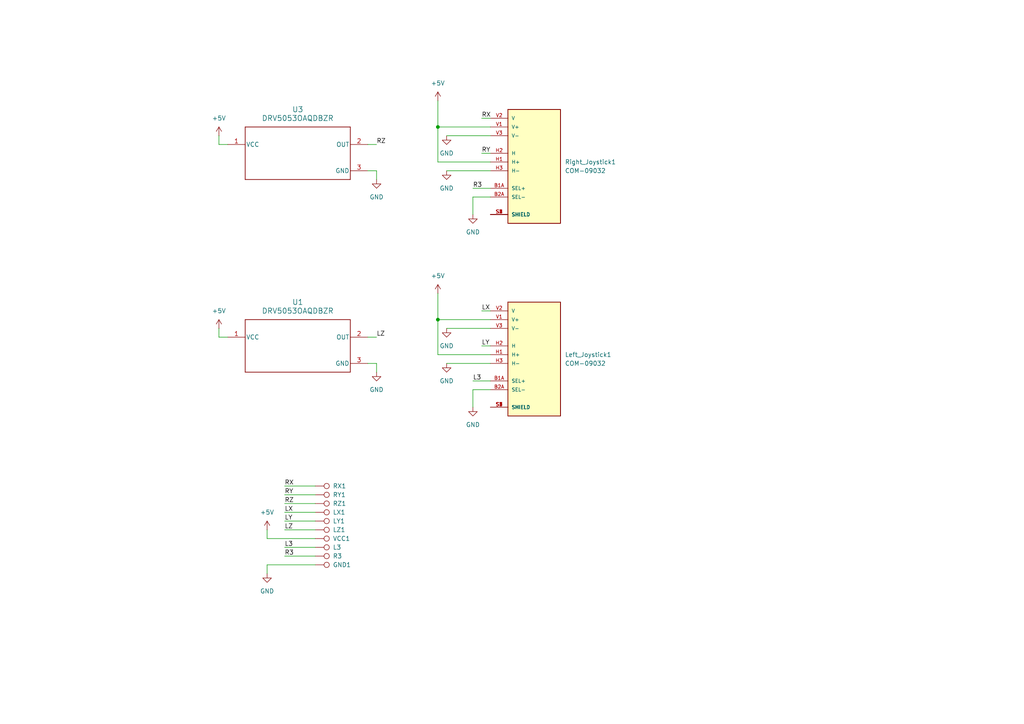
<source format=kicad_sch>
(kicad_sch (version 20231120) (generator "eeschema") (generator_version "8.0")
  (paper "A4")
  (lib_symbols
    (symbol "COM-09032:COM-09032" (pin_names (offset 1.016))
      (property "Reference" "U" (at -7.62 16.002 0))
      (property "Value" "COM-09032" (at -7.62 -20.32 0))
      (symbol "COM-09032_0_0"
        (rectangle (start -7.62 -17.78) (end 7.62 15.24) (stroke (width 0.254)) (fill (type background)))
        (pin passive line (at -12.7 -7.62 0) (length 5.08) (name "SEL+") (number "B1A"))
        (pin passive line (at -12.7 -10.16 0) (length 5.08) (name "SEL-") (number "B2A"))
        (pin passive line (at -12.7 0 0) (length 5.08) (name "H+") (number "H1"))
        (pin passive line (at -12.7 2.54 0) (length 5.08) (name "H") (number "H2"))
        (pin passive line (at -12.7 -2.54 0) (length 5.08) (name "H-") (number "H3"))
        (pin passive line (at -12.7 -15.24 0) (length 5.08) (name "SHIELD") (number "S1"))
        (pin passive line (at -12.7 -15.24 0) (length 5.08) (name "SHIELD") (number "S2"))
        (pin passive line (at -12.7 -15.24 0) (length 5.08) (name "SHIELD") (number "S3"))
        (pin passive line (at -12.7 -15.24 0) (length 5.08) (name "SHIELD") (number "S4"))
        (pin passive line (at -12.7 10.16 0) (length 5.08) (name "V+") (number "V1"))
        (pin passive line (at -12.7 12.7 0) (length 5.08) (name "V") (number "V2"))
        (pin passive line (at -12.7 7.62 0) (length 5.08) (name "V-") (number "V3"))
      )
    )
    (symbol "Connector:TestPoint" (pin_numbers hide) (pin_names (offset 0.762) hide)
      (property "Reference" "TP" (at 0 6.858 0))
      (property "Value" "TestPoint" (at 0 5.08 0))
      (symbol "TestPoint_0_1"
        (circle (center 0 3.302) (radius 0.762))
      )
      (symbol "TestPoint_1_1"
        (pin passive line (at 0 0 90) (length 2.54) (name "1") (number "1"))
      )
    )
    (symbol "DRV5053OAQDBZR:DRV5053OAQDBZR" (pin_names (offset 0.254))
      (property "Reference" "U" (at 0 2.54 0))
      (property "Value" "DRV5053OAQDBZR" (at 0 0 0))
      (symbol "DRV5053OAQDBZR_0_1"
        (polyline (pts (xy -15.24 -7.62) (xy 15.24 -7.62)) (stroke (width 0.2032)))
        (polyline (pts (xy -15.24 7.62) (xy -15.24 -7.62)) (stroke (width 0.2032)))
        (polyline (pts (xy 15.24 -7.62) (xy 15.24 7.62)) (stroke (width 0.2032)))
        (polyline (pts (xy 15.24 7.62) (xy -15.24 7.62)) (stroke (width 0.2032)))
        (pin power_in line (at -20.32 2.54 0) (length 5.08) (name "VCC") (number "1"))
        (pin output line (at 20.32 2.54 180) (length 5.08) (name "OUT") (number "2"))
        (pin power_in line (at 20.32 -5.08 180) (length 5.08) (name "GND") (number "3"))
      )
    )
    (symbol "power:+5V" (power) (pin_numbers hide) (pin_names (offset 0) hide)
      (property "Value" "+5V" (at 0 3.556 0))
      (symbol "+5V_0_1"
        (polyline (pts (xy -0.762 1.27) (xy 0 2.54)))
        (polyline (pts (xy 0 0) (xy 0 2.54)))
        (polyline (pts (xy 0 2.54) (xy 0.762 1.27)))
      )
      (symbol "+5V_1_1"
        (pin power_in line (at 0 0 90) (length 0) (name "~") (number "1"))
      )
    )
    (symbol "power:GND" (power) (pin_names (offset 0))
      (property "Value" "GND" (at 0 -3.81 0))
      (symbol "GND_0_1"
        (polyline (pts (xy 0 0) (xy 0 -1.27) (xy 1.27 -1.27) (xy 0 -2.54) (xy -1.27 -1.27) (xy 0 -1.27)))
      )
      (symbol "GND_1_1"
        (pin power_in line (at 0 0 270) (length 0) hide (name "GND") (number "1"))
      )
    )
  )
  (junction (at 127 92.71))
  (junction (at 127 36.83))
  (wire (pts (xy 137.16 113.03) (xy 137.16 118.11)))
  (wire (pts (xy 82.55 148.59) (xy 91.44 148.59)))
  (wire (pts (xy 63.5 97.79) (xy 66.04 97.79)))
  (wire (pts (xy 77.47 163.83) (xy 91.44 163.83)))
  (wire (pts (xy 127 36.83) (xy 127 46.99)))
  (wire (pts (xy 77.47 163.83) (xy 77.47 166.37)))
  (wire (pts (xy 137.16 54.61) (xy 142.24 54.61)))
  (wire (pts (xy 127 36.83) (xy 142.24 36.83)))
  (wire (pts (xy 127 85.09) (xy 127 92.71)))
  (wire (pts (xy 137.16 57.15) (xy 137.16 62.23)))
  (wire (pts (xy 82.55 158.75) (xy 91.44 158.75)))
  (wire (pts (xy 106.68 49.53) (xy 109.22 49.53)))
  (wire (pts (xy 82.55 151.13) (xy 91.44 151.13)))
  (wire (pts (xy 106.68 105.41) (xy 109.22 105.41)))
  (wire (pts (xy 142.24 102.87) (xy 127 102.87)))
  (wire (pts (xy 109.22 105.41) (xy 109.22 107.95)))
  (wire (pts (xy 127 92.71) (xy 142.24 92.71)))
  (wire (pts (xy 139.7 34.29) (xy 142.24 34.29)))
  (wire (pts (xy 82.55 161.29) (xy 91.44 161.29)))
  (wire (pts (xy 106.68 41.91) (xy 109.22 41.91)))
  (wire (pts (xy 142.24 113.03) (xy 137.16 113.03)))
  (wire (pts (xy 139.7 90.17) (xy 142.24 90.17)))
  (wire (pts (xy 82.55 140.97) (xy 91.44 140.97)))
  (wire (pts (xy 142.24 57.15) (xy 137.16 57.15)))
  (wire (pts (xy 127 29.21) (xy 127 36.83)))
  (wire (pts (xy 63.5 95.25) (xy 63.5 97.79)))
  (wire (pts (xy 82.55 146.05) (xy 91.44 146.05)))
  (wire (pts (xy 109.22 49.53) (xy 109.22 52.07)))
  (wire (pts (xy 129.54 95.25) (xy 142.24 95.25)))
  (wire (pts (xy 63.5 41.91) (xy 66.04 41.91)))
  (wire (pts (xy 129.54 105.41) (xy 142.24 105.41)))
  (wire (pts (xy 129.54 49.53) (xy 142.24 49.53)))
  (wire (pts (xy 77.47 153.67) (xy 77.47 156.21)))
  (wire (pts (xy 127 92.71) (xy 127 102.87)))
  (wire (pts (xy 82.55 143.51) (xy 91.44 143.51)))
  (wire (pts (xy 142.24 46.99) (xy 127 46.99)))
  (wire (pts (xy 137.16 110.49) (xy 142.24 110.49)))
  (wire (pts (xy 63.5 39.37) (xy 63.5 41.91)))
  (wire (pts (xy 106.68 97.79) (xy 109.22 97.79)))
  (wire (pts (xy 82.55 153.67) (xy 91.44 153.67)))
  (wire (pts (xy 129.54 39.37) (xy 142.24 39.37)))
  (wire (pts (xy 139.7 44.45) (xy 142.24 44.45)))
  (wire (pts (xy 77.47 156.21) (xy 91.44 156.21)))
  (wire (pts (xy 139.7 100.33) (xy 142.24 100.33)))
  (label "RX" (at 82.55 140.97 0))
  (label "RX" (at 139.7 34.29 0))
  (label "L3" (at 82.55 158.75 0))
  (label "LZ" (at 109.22 97.79 0))
  (label "R3" (at 137.16 54.61 0))
  (label "LX" (at 82.55 148.59 0))
  (label "LY" (at 82.55 151.13 0))
  (label "RY" (at 139.7 44.45 0))
  (label "LX" (at 139.7 90.17 0))
  (label "LY" (at 139.7 100.33 0))
  (label "R3" (at 82.55 161.29 0))
  (label "RZ" (at 109.22 41.91 0))
  (label "LZ" (at 82.55 153.67 0))
  (label "RY" (at 82.55 143.51 0))
  (label "RZ" (at 82.55 146.05 0))
  (label "L3" (at 137.16 110.49 0))
  (symbol (lib_id "COM-09032:COM-09032") (at 154.94 102.87 0) (unit 1)
    (property "Reference" "Left_Joystick1" (at 163.83 102.87 0) (effects (justify left)))
    (property "Value" "COM-09032" (at 163.83 105.41 0) (effects (justify left)))
    (property "Footprint" "Parts:PS5 Joystick" (effects (hide yes)))
    (property "Description" "\nJoystick, 2 - Axis Analog (Resistive) Output\n" (effects (hide yes)))
    (property "MF" "SparkFun Electronics" (effects (hide yes)))
    (property "MAXIMUM_PACKAGE_HEIGHT" "30.1mm" (effects (hide yes)))
    (property "Package" "Package" (effects (hide yes)))
    (property "Price" "None" (effects (hide yes)))
    (property "Check_prices" "https://www.snapeda.com/parts/COM-09032/SparkFun+Electronics/view-part/?ref=eda" (effects (hide yes)))
    (property "STANDARD" "Manufacturer Recommendations" (effects (hide yes)))
    (property "PARTREV" "N/A" (effects (hide yes)))
    (property "SnapEDA_Link" "https://www.snapeda.com/parts/COM-09032/SparkFun+Electronics/view-part/?ref=snap" (effects (hide yes)))
    (property "MP" "COM-09032" (effects (hide yes)))
    (property "Purchase-URL" "https://www.snapeda.com/api/url_track_click_mouser/?unipart_id=888157&manufacturer=SparkFun Electronics&part_name=COM-09032&search_term=None" (effects (hide yes)))
    (property "Availability" "In Stock" (effects (hide yes)))
    (property "MANUFACTURER" "SparkFun Electronics" (effects (hide yes)))
  )
  (symbol (lib_id "power:+5V") (at 127 29.21 0) (unit 1)
    (property "Reference" "#PWR09" (effects (hide yes)))
    (property "Value" "+5V" (at 127 24.13 0))
    (property "Description" "Power symbol creates a global label with name \"+5V\"" (effects (hide yes)))
  )
  (symbol (lib_id "power:+5V") (at 77.47 153.67 0) (unit 1)
    (property "Reference" "#PWR013" (effects (hide yes)))
    (property "Value" "+5V" (at 77.47 148.59 0))
    (property "Description" "Power symbol creates a global label with name \"+5V\"" (effects (hide yes)))
  )
  (symbol (lib_id "power:GND") (at 77.47 166.37 0) (unit 1)
    (property "Reference" "#PWR014" (effects (hide yes)))
    (property "Value" "GND" (at 77.47 171.45 0))
  )
  (symbol (lib_id "Connector:TestPoint") (at 91.44 146.05 270) (unit 1)
    (property "Reference" "RZ1" (at 96.52 146.05 90) (effects (justify left)))
    (property "Value" "RZ" (effects (hide yes)))
    (property "Footprint" "TestPoint:TestPoint_Pad_D1.0mm" (effects (hide yes)))
  )
  (symbol (lib_id "power:GND") (at 137.16 62.23 0) (unit 1)
    (property "Reference" "#PWR012" (effects (hide yes)))
    (property "Value" "GND" (at 137.16 67.31 0))
  )
  (symbol (lib_id "power:GND") (at 109.22 52.07 0) (unit 1)
    (property "Reference" "#PWR08" (effects (hide yes)))
    (property "Value" "GND" (at 109.22 57.15 0))
  )
  (symbol (lib_id "power:GND") (at 129.54 105.41 0) (unit 1)
    (property "Reference" "#PWR05" (effects (hide yes)))
    (property "Value" "GND" (at 129.54 110.49 0))
  )
  (symbol (lib_id "Connector:TestPoint") (at 91.44 161.29 270) (unit 1)
    (property "Reference" "R3" (at 96.52 161.29 90) (effects (justify left)))
    (property "Value" "R3" (effects (hide yes)))
    (property "Footprint" "TestPoint:TestPoint_Pad_D1.0mm" (effects (hide yes)))
  )
  (symbol (lib_id "DRV5053OAQDBZR:DRV5053OAQDBZR") (at 86.36 44.45 0) (unit 1)
    (property "Reference" "U3" (at 86.36 31.75 0) (effects (font (size 1.524 1.524))))
    (property "Value" "DRV5053OAQDBZR" (at 86.36 34.29 0) (effects (font (size 1.524 1.524))))
    (property "Footprint" "DBZ0003A_N" (effects (hide yes)))
    (property "Datasheet" "DRV5053OAQDBZR" (effects (hide yes)))
  )
  (symbol (lib_id "DRV5053OAQDBZR:DRV5053OAQDBZR") (at 86.36 100.33 0) (unit 1)
    (property "Reference" "U1" (at 86.36 87.63 0) (effects (font (size 1.524 1.524))))
    (property "Value" "DRV5053OAQDBZR" (at 86.36 90.17 0) (effects (font (size 1.524 1.524))))
    (property "Footprint" "DBZ0003A_N" (effects (hide yes)))
    (property "Datasheet" "DRV5053OAQDBZR" (effects (hide yes)))
  )
  (symbol (lib_id "power:GND") (at 129.54 95.25 0) (unit 1)
    (property "Reference" "#PWR04" (effects (hide yes)))
    (property "Value" "GND" (at 129.54 100.33 0))
  )
  (symbol (lib_id "Connector:TestPoint") (at 91.44 143.51 270) (unit 1)
    (property "Reference" "RY1" (at 96.52 143.51 90) (effects (justify left)))
    (property "Value" "RY" (effects (hide yes)))
    (property "Footprint" "TestPoint:TestPoint_Pad_D1.0mm" (effects (hide yes)))
  )
  (symbol (lib_id "Connector:TestPoint") (at 91.44 156.21 270) (unit 1)
    (property "Reference" "VCC1" (at 96.52 156.21 90) (effects (justify left)))
    (property "Value" "VCC" (effects (hide yes)))
    (property "Footprint" "TestPoint:TestPoint_Pad_D1.0mm" (effects (hide yes)))
  )
  (symbol (lib_id "Connector:TestPoint") (at 91.44 158.75 270) (unit 1)
    (property "Reference" "L3" (at 96.52 158.75 90) (effects (justify left)))
    (property "Value" "L3" (effects (hide yes)))
    (property "Footprint" "TestPoint:TestPoint_Pad_D1.0mm" (effects (hide yes)))
  )
  (symbol (lib_id "power:+5V") (at 63.5 39.37 0) (unit 1)
    (property "Reference" "#PWR07" (effects (hide yes)))
    (property "Value" "+5V" (at 63.5 34.29 0))
    (property "Description" "Power symbol creates a global label with name \"+5V\"" (effects (hide yes)))
  )
  (symbol (lib_id "power:+5V") (at 63.5 95.25 0) (unit 1)
    (property "Reference" "#PWR01" (effects (hide yes)))
    (property "Value" "+5V" (at 63.5 90.17 0))
    (property "Description" "Power symbol creates a global label with name \"+5V\"" (effects (hide yes)))
  )
  (symbol (lib_id "Connector:TestPoint") (at 91.44 151.13 270) (unit 1)
    (property "Reference" "LY1" (at 96.52 151.13 90) (effects (justify left)))
    (property "Value" "LY" (effects (hide yes)))
    (property "Footprint" "TestPoint:TestPoint_Pad_D1.0mm" (effects (hide yes)))
  )
  (symbol (lib_id "COM-09032:COM-09032") (at 154.94 46.99 0) (unit 1)
    (property "Reference" "Right_Joystick1" (at 163.83 46.99 0) (effects (justify left)))
    (property "Value" "COM-09032" (at 163.83 49.53 0) (effects (justify left)))
    (property "Footprint" "Parts:PS5 Joystick" (effects (hide yes)))
    (property "Description" "\nJoystick, 2 - Axis Analog (Resistive) Output\n" (effects (hide yes)))
    (property "MF" "SparkFun Electronics" (effects (hide yes)))
    (property "MAXIMUM_PACKAGE_HEIGHT" "30.1mm" (effects (hide yes)))
    (property "Package" "Package" (effects (hide yes)))
    (property "Price" "None" (effects (hide yes)))
    (property "Check_prices" "https://www.snapeda.com/parts/COM-09032/SparkFun+Electronics/view-part/?ref=eda" (effects (hide yes)))
    (property "STANDARD" "Manufacturer Recommendations" (effects (hide yes)))
    (property "PARTREV" "N/A" (effects (hide yes)))
    (property "SnapEDA_Link" "https://www.snapeda.com/parts/COM-09032/SparkFun+Electronics/view-part/?ref=snap" (effects (hide yes)))
    (property "MP" "COM-09032" (effects (hide yes)))
    (property "Purchase-URL" "https://www.snapeda.com/api/url_track_click_mouser/?unipart_id=888157&manufacturer=SparkFun Electronics&part_name=COM-09032&search_term=None" (effects (hide yes)))
    (property "Availability" "In Stock" (effects (hide yes)))
    (property "MANUFACTURER" "SparkFun Electronics" (effects (hide yes)))
  )
  (symbol (lib_id "power:+5V") (at 127 85.09 0) (unit 1)
    (property "Reference" "#PWR03" (effects (hide yes)))
    (property "Value" "+5V" (at 127 80.01 0))
    (property "Description" "Power symbol creates a global label with name \"+5V\"" (effects (hide yes)))
  )
  (symbol (lib_id "power:GND") (at 137.16 118.11 0) (unit 1)
    (property "Reference" "#PWR06" (effects (hide yes)))
    (property "Value" "GND" (at 137.16 123.19 0))
  )
  (symbol (lib_id "Connector:TestPoint") (at 91.44 163.83 270) (unit 1)
    (property "Reference" "GND1" (at 96.52 163.83 90) (effects (justify left)))
    (property "Value" "GND" (effects (hide yes)))
    (property "Footprint" "TestPoint:TestPoint_Pad_D1.0mm" (effects (hide yes)))
  )
  (symbol (lib_id "power:GND") (at 129.54 49.53 0) (unit 1)
    (property "Reference" "#PWR011" (effects (hide yes)))
    (property "Value" "GND" (at 129.54 54.61 0))
  )
  (symbol (lib_id "Connector:TestPoint") (at 91.44 153.67 270) (unit 1)
    (property "Reference" "LZ1" (at 96.52 153.67 90) (effects (justify left)))
    (property "Value" "LZ" (effects (hide yes)))
    (property "Footprint" "TestPoint:TestPoint_Pad_D1.0mm" (effects (hide yes)))
  )
  (symbol (lib_id "power:GND") (at 129.54 39.37 0) (unit 1)
    (property "Reference" "#PWR010" (effects (hide yes)))
    (property "Value" "GND" (at 129.54 44.45 0))
  )
  (symbol (lib_id "power:GND") (at 109.22 107.95 0) (unit 1)
    (property "Reference" "#PWR02" (effects (hide yes)))
    (property "Value" "GND" (at 109.22 113.03 0))
  )
  (symbol (lib_id "Connector:TestPoint") (at 91.44 148.59 270) (unit 1)
    (property "Reference" "LX1" (at 96.52 148.59 90) (effects (justify left)))
    (property "Value" "LX" (effects (hide yes)))
    (property "Footprint" "TestPoint:TestPoint_Pad_D1.0mm" (effects (hide yes)))
  )
  (symbol (lib_id "Connector:TestPoint") (at 91.44 140.97 270) (unit 1)
    (property "Reference" "RX1" (at 96.52 140.97 90) (effects (justify left)))
    (property "Value" "RX" (effects (hide yes)))
    (property "Footprint" "TestPoint:TestPoint_Pad_D1.0mm" (effects (hide yes)))
  )
)
</source>
